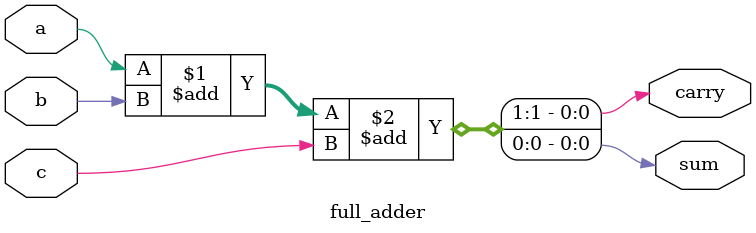
<source format=v>
`timescale 1ns / 1ps


module full_adder(input wire a, b, c, output wire sum, carry);
    assign {carry, sum} = a + b + c;
endmodule

</source>
